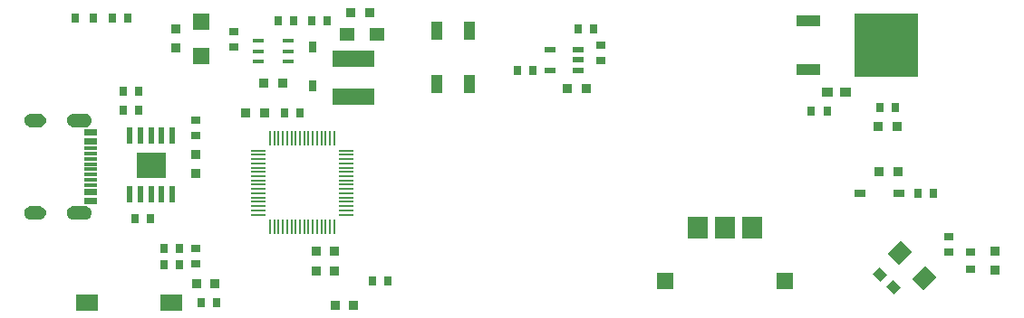
<source format=gtp>
G04*
G04 #@! TF.GenerationSoftware,Altium Limited,Altium Designer,21.2.1 (34)*
G04*
G04 Layer_Color=8421504*
%FSLAX25Y25*%
%MOIN*%
G70*
G04*
G04 #@! TF.SameCoordinates,937FA343-5D84-449D-BBD7-2FC7B833E5F3*
G04*
G04*
G04 #@! TF.FilePolarity,Positive*
G04*
G01*
G75*
%ADD22R,0.03500X0.03800*%
%ADD23R,0.03347X0.03150*%
%ADD24R,0.03150X0.03347*%
%ADD25R,0.15750X0.05910*%
%ADD26R,0.07480X0.07874*%
%ADD27R,0.06300X0.06300*%
G04:AMPARAMS|DCode=28|XSize=38mil|YSize=35mil|CornerRadius=0mil|HoleSize=0mil|Usage=FLASHONLY|Rotation=315.000|XOffset=0mil|YOffset=0mil|HoleType=Round|Shape=Rectangle|*
%AMROTATEDRECTD28*
4,1,4,-0.02581,0.00106,-0.00106,0.02581,0.02581,-0.00106,0.00106,-0.02581,-0.02581,0.00106,0.0*
%
%ADD28ROTATEDRECTD28*%

G04:AMPARAMS|DCode=29|XSize=60mil|YSize=66.93mil|CornerRadius=0mil|HoleSize=0mil|Usage=FLASHONLY|Rotation=135.000|XOffset=0mil|YOffset=0mil|HoleType=Round|Shape=Rectangle|*
%AMROTATEDRECTD29*
4,1,4,0.04488,0.00245,-0.00245,-0.04488,-0.04488,-0.00245,0.00245,0.04488,0.04488,0.00245,0.0*
%
%ADD29ROTATEDRECTD29*%

%ADD30R,0.03800X0.03500*%
%ADD31R,0.04530X0.01180*%
%ADD32R,0.04530X0.02360*%
%ADD33R,0.02953X0.03937*%
%ADD34R,0.03937X0.02953*%
%ADD35R,0.00790X0.05750*%
%ADD36R,0.05750X0.00790*%
%ADD37R,0.03937X0.01772*%
%ADD38R,0.02362X0.05906*%
%ADD39R,0.11024X0.09449*%
%ADD40R,0.06000X0.06000*%
%ADD41R,0.03940X0.07090*%
%ADD42R,0.07874X0.05906*%
%ADD43R,0.03937X0.03347*%
%ADD44R,0.03937X0.02165*%
%ADD45R,0.05512X0.05118*%
%ADD46R,0.09055X0.03937*%
%ADD47R,0.23622X0.23622*%
G36*
X26578Y53535D02*
X22048D01*
Y54715D01*
X26578D01*
Y53535D01*
D02*
G37*
G36*
X26588Y51565D02*
X22058D01*
Y52755D01*
X26588D01*
Y51565D01*
D02*
G37*
G36*
X26578Y49605D02*
X22058D01*
Y50785D01*
X26578D01*
Y49605D01*
D02*
G37*
G36*
X26588Y47635D02*
X22058D01*
Y48815D01*
X26588D01*
Y47635D01*
D02*
G37*
G36*
Y44485D02*
X22058D01*
Y46845D01*
X26588D01*
Y44485D01*
D02*
G37*
G36*
Y41335D02*
X22058D01*
Y43695D01*
X26588D01*
Y41335D01*
D02*
G37*
G36*
X23674Y40106D02*
X24338Y39442D01*
X24698Y38575D01*
Y37636D01*
X24338Y36768D01*
X23674Y36105D01*
X22807Y35745D01*
X17538D01*
X16671Y36105D01*
X16007Y36768D01*
X15648Y37636D01*
Y38575D01*
X16007Y39442D01*
X16671Y40106D01*
X17538Y40465D01*
X22807D01*
X23674Y40106D01*
D02*
G37*
G36*
X6745D02*
X7408Y39442D01*
X7768Y38575D01*
Y37636D01*
X7408Y36768D01*
X6745Y36105D01*
X5877Y35745D01*
X1788D01*
X921Y36105D01*
X257Y36768D01*
X-102Y37636D01*
Y38575D01*
X257Y39442D01*
X921Y40106D01*
X1788Y40465D01*
X5877D01*
X6745Y40106D01*
D02*
G37*
G36*
X5408Y74485D02*
X5878D01*
X6747Y74125D01*
X7413Y73460D01*
X7773Y72591D01*
Y71650D01*
X7413Y70781D01*
X6747Y70115D01*
X5878Y69755D01*
X5408D01*
D01*
X2258D01*
X1787D01*
X918Y70115D01*
X253Y70781D01*
X-107Y71650D01*
Y72591D01*
X253Y73460D01*
X918Y74125D01*
X1787Y74485D01*
X2258D01*
D01*
X5408D01*
D02*
G37*
G36*
X22338D02*
X22808D01*
X23677Y74125D01*
X24343Y73460D01*
X24703Y72591D01*
Y71650D01*
X24343Y70781D01*
X23677Y70115D01*
X22808Y69755D01*
X22338D01*
D01*
X18008D01*
X17537D01*
X16668Y70115D01*
X16003Y70781D01*
X15643Y71650D01*
Y72591D01*
X16003Y73460D01*
X16668Y74125D01*
X17537Y74485D01*
X18008D01*
D01*
X22338D01*
D02*
G37*
G36*
X26568Y65745D02*
Y63385D01*
X22038D01*
Y65745D01*
X26568D01*
D01*
D02*
G37*
G36*
Y68895D02*
Y66525D01*
X22038D01*
Y68895D01*
X26568D01*
D01*
D02*
G37*
G36*
X26578Y58655D02*
Y57475D01*
X22048D01*
Y58655D01*
X26578D01*
D01*
D02*
G37*
G36*
X26588Y56685D02*
Y55505D01*
X22058D01*
Y56685D01*
X26588D01*
D01*
D02*
G37*
G36*
X26578Y62595D02*
Y61415D01*
X22058D01*
Y62595D01*
X26578D01*
D01*
D02*
G37*
G36*
X26588Y60625D02*
Y59445D01*
X22058D01*
Y60625D01*
X26588D01*
D01*
D02*
G37*
D22*
X356866Y17100D02*
D03*
Y24000D02*
D03*
X63000Y52600D02*
D03*
Y59500D02*
D03*
X55500Y105900D02*
D03*
Y99000D02*
D03*
D23*
X347866Y17226D02*
D03*
Y23774D02*
D03*
X339866Y23626D02*
D03*
Y29374D02*
D03*
X77000Y99126D02*
D03*
Y104874D02*
D03*
X63000Y19126D02*
D03*
Y24874D02*
D03*
X212000Y94126D02*
D03*
Y99874D02*
D03*
X63000Y72374D02*
D03*
Y66626D02*
D03*
D24*
X36126Y76000D02*
D03*
X41874D02*
D03*
X36126Y83000D02*
D03*
X41874D02*
D03*
X289378Y75626D02*
D03*
X295126D02*
D03*
X56874Y19000D02*
D03*
X51126D02*
D03*
Y25000D02*
D03*
X56874D02*
D03*
X127826Y13100D02*
D03*
X133574D02*
D03*
X209374Y106000D02*
D03*
X203626D02*
D03*
X320299Y77000D02*
D03*
X314551D02*
D03*
X334174Y45188D02*
D03*
X328426D02*
D03*
X95626Y74900D02*
D03*
X101374D02*
D03*
X65000Y5000D02*
D03*
X70748D02*
D03*
X37874Y110000D02*
D03*
X32126D02*
D03*
X40626Y36000D02*
D03*
X46374D02*
D03*
X98874Y109000D02*
D03*
X93126D02*
D03*
X25274Y110000D02*
D03*
X18726D02*
D03*
X105626Y109000D02*
D03*
X111374D02*
D03*
X181252Y90760D02*
D03*
X187000D02*
D03*
D25*
X121000Y80820D02*
D03*
Y95000D02*
D03*
D26*
X267500Y32747D02*
D03*
X257500D02*
D03*
X247500D02*
D03*
D27*
X235453Y13060D02*
D03*
X279547D02*
D03*
D28*
X319526Y10475D02*
D03*
X314646Y15354D02*
D03*
D29*
X321813Y23187D02*
D03*
X331000Y14000D02*
D03*
D30*
X313925Y70000D02*
D03*
X320825D02*
D03*
X107100Y16500D02*
D03*
X114000D02*
D03*
X94900Y86000D02*
D03*
X88000D02*
D03*
X114100Y4000D02*
D03*
X121000D02*
D03*
X81200Y75000D02*
D03*
X88100D02*
D03*
X107100Y24000D02*
D03*
X114000D02*
D03*
X206500Y84000D02*
D03*
X199600D02*
D03*
X120000Y112000D02*
D03*
X126900D02*
D03*
X321300Y53188D02*
D03*
X314400D02*
D03*
X63100Y12000D02*
D03*
X70000D02*
D03*
D31*
X24318Y62005D02*
D03*
X24328Y60035D02*
D03*
X24318Y58065D02*
D03*
Y56095D02*
D03*
Y54135D02*
D03*
Y52165D02*
D03*
Y50195D02*
D03*
Y48225D02*
D03*
D32*
X24308Y67715D02*
D03*
Y64565D02*
D03*
X24318Y45665D02*
D03*
Y42515D02*
D03*
D33*
X106000Y99173D02*
D03*
Y85000D02*
D03*
D34*
X321473Y45188D02*
D03*
X307300D02*
D03*
D35*
X90250Y65500D02*
D03*
X91820D02*
D03*
X93400D02*
D03*
X94970D02*
D03*
X96550D02*
D03*
X98120D02*
D03*
X99700D02*
D03*
X101270D02*
D03*
X102850D02*
D03*
X104420D02*
D03*
X106000D02*
D03*
X107570D02*
D03*
X109150D02*
D03*
X110720D02*
D03*
X112300D02*
D03*
X113870D02*
D03*
Y32980D02*
D03*
X112300Y32980D02*
D03*
X110720D02*
D03*
X109150Y32980D02*
D03*
X107570D02*
D03*
X106000D02*
D03*
X104420Y32980D02*
D03*
X102850D02*
D03*
X101270Y32980D02*
D03*
X99700D02*
D03*
X98120D02*
D03*
X96550D02*
D03*
X94970Y32980D02*
D03*
X93400D02*
D03*
X91820Y32980D02*
D03*
X90250D02*
D03*
D36*
X118320Y61050D02*
D03*
Y59480D02*
D03*
Y57900D02*
D03*
Y56330D02*
D03*
Y54750D02*
D03*
Y53180D02*
D03*
Y51600D02*
D03*
Y50030D02*
D03*
Y48450D02*
D03*
Y46880D02*
D03*
Y45300D02*
D03*
Y43730D02*
D03*
Y42150D02*
D03*
Y40580D02*
D03*
Y39000D02*
D03*
Y37430D02*
D03*
X85800D02*
D03*
X85800Y39000D02*
D03*
Y40580D02*
D03*
Y42150D02*
D03*
X85800Y43730D02*
D03*
Y45300D02*
D03*
X85800Y46880D02*
D03*
X85800Y48450D02*
D03*
X85800Y50030D02*
D03*
Y51600D02*
D03*
X85800Y53180D02*
D03*
Y54750D02*
D03*
X85800Y56330D02*
D03*
Y57900D02*
D03*
Y59480D02*
D03*
X85800Y61050D02*
D03*
D37*
X97000Y94020D02*
D03*
Y97760D02*
D03*
Y101500D02*
D03*
X86000D02*
D03*
Y97760D02*
D03*
Y94020D02*
D03*
D38*
X54311Y66500D02*
D03*
X50374D02*
D03*
X46437D02*
D03*
X42500D02*
D03*
X38563D02*
D03*
X38563Y44847D02*
D03*
X42500D02*
D03*
X46437D02*
D03*
X50374D02*
D03*
X54311D02*
D03*
D39*
X46437Y55674D02*
D03*
D40*
X65000Y96000D02*
D03*
X65000Y108599D02*
D03*
D41*
X151690Y85720D02*
D03*
X163500D02*
D03*
Y105400D02*
D03*
X151690D02*
D03*
D42*
X54000Y5100D02*
D03*
X22769Y5022D02*
D03*
D43*
X301874Y82500D02*
D03*
X295126D02*
D03*
D44*
X193382Y90760D02*
D03*
Y98240D02*
D03*
X203618D02*
D03*
Y94500D02*
D03*
Y90760D02*
D03*
D45*
X118488Y104000D02*
D03*
X129512D02*
D03*
D46*
X288260Y109055D02*
D03*
Y90945D02*
D03*
D47*
X317000Y100000D02*
D03*
M02*

</source>
